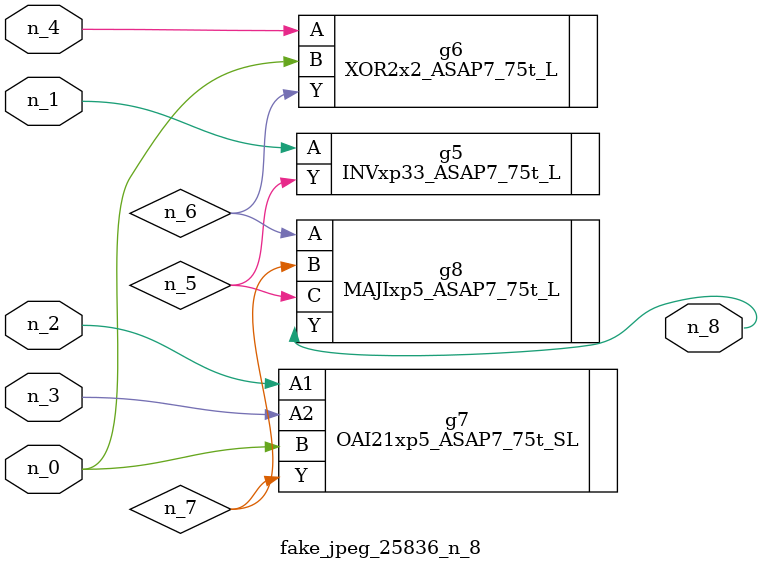
<source format=v>
module fake_jpeg_25836_n_8 (n_3, n_2, n_1, n_0, n_4, n_8);

input n_3;
input n_2;
input n_1;
input n_0;
input n_4;

output n_8;

wire n_6;
wire n_5;
wire n_7;

INVxp33_ASAP7_75t_L g5 ( 
.A(n_1),
.Y(n_5)
);

XOR2x2_ASAP7_75t_L g6 ( 
.A(n_4),
.B(n_0),
.Y(n_6)
);

OAI21xp5_ASAP7_75t_SL g7 ( 
.A1(n_2),
.A2(n_3),
.B(n_0),
.Y(n_7)
);

MAJIxp5_ASAP7_75t_L g8 ( 
.A(n_6),
.B(n_7),
.C(n_5),
.Y(n_8)
);


endmodule
</source>
